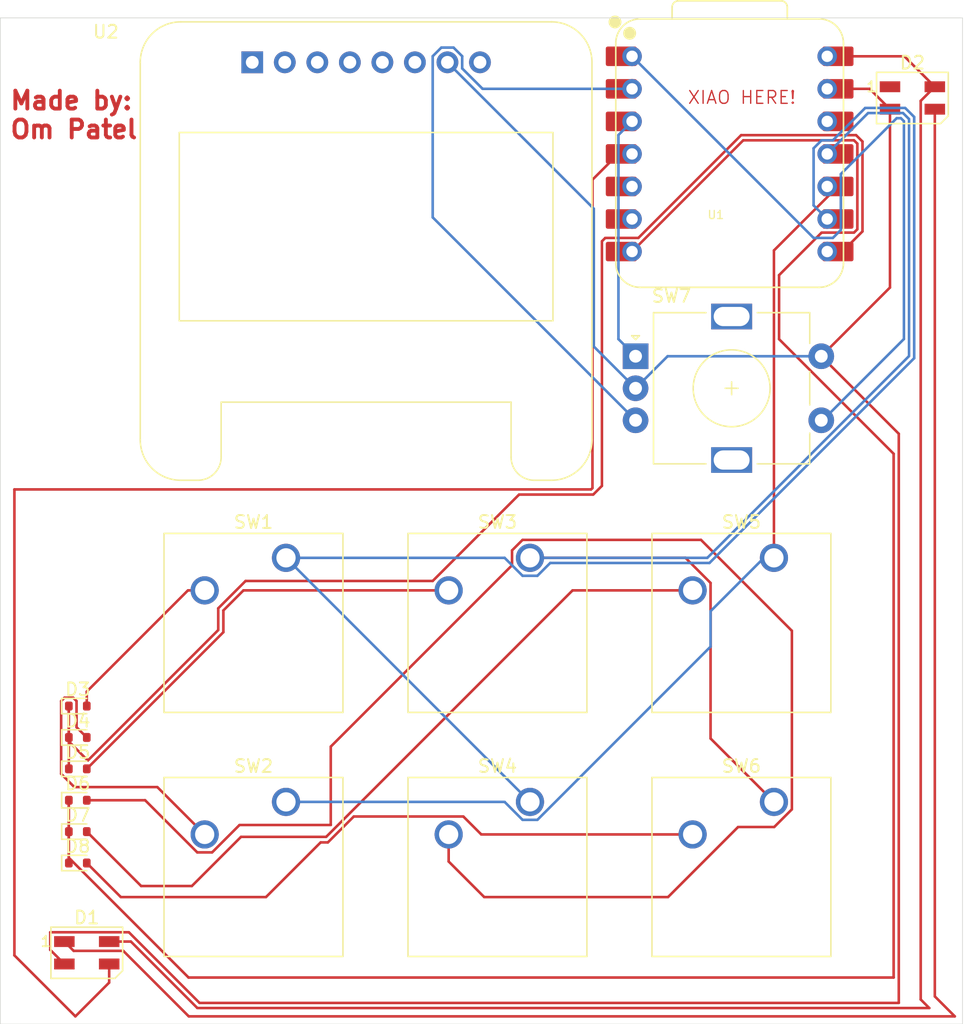
<source format=kicad_pcb>
(kicad_pcb (version 20241229) (generator "pcbnew") (generator_version "9.0")
  (layers (0 "F.Cu" signal) (2 "B.Cu" signal) (13 "F.Paste" user) (15 "B.Paste" user) (5 "F.SilkS" user "F.Silkscreen") (7 "B.SilkS" user "B.Silkscreen") (1 "F.Mask" user) (3 "B.Mask" user) (25 "Edge.Cuts" user))
  (net 0 "")
  (net 1 "+5V")
  (net 2 "GND")
  (net 3 "Net-(D1-DOUT)")
  (net 4 "Net-(D1-DIN)")
  (net 6 "Net-(U1-GPIO2{slash}SCK)")
  (net 7 "Net-(U1-GPIO4{slash}MISO)")
  (net 8 "Net-(U1-GPIO3{slash}MOSI)")
  (net 9 "Net-(U1-GPIO7{slash}SCL)")
  (net 10 "Net-(D3-A)")
  (net 11 "Net-(D3-K)")
  (net 12 "Net-(D4-A)")
  (net 13 "Net-(D5-A)")
  (net 14 "Net-(D6-K)")
  (net 15 "Net-(D6-A)")
  (net 16 "Net-(D7-A)")
  (net 17 "Net-(D8-A)")
  (net 18 "Net-(U1-GPIO26{slash}ADC0{slash}A0)")
  (net 19 "Net-(U1-GPIO27{slash}ADC1{slash}A1)")
  (net 20 "Net-(U1-GPIO28{slash}ADC2{slash}A2)")
  (net 21 "Net-(U1-3V3)")
  (net 22 "Net-(U1-GPIO6{slash}SDA)")
  (footprint "Diode_SMD:D_SOD-523" (layer "F.Cu") (at 97.82025 166.92875)
    (property "Reference" "D3" (at 0 -1.3 0) (layer "F.SilkS"))
    (property "Value" "1N4148WT")
    (fp_line (start -1.26 -0.6) (end -1.26 0.6) (stroke (width 0.12)) (layer "F.SilkS"))
    (fp_line (start 0.7 -0.6) (end -1.26 -0.6) (stroke (width 0.12)) (layer "F.SilkS"))
    (fp_line (start 0.7 0.6) (end -1.26 0.6) (stroke (width 0.12)) (layer "F.SilkS"))
    (pad "1" smd roundrect (at -0.7 0 180) (size 0.6 0.7) (layers "F.Cu" "F.Mask" "F.Paste") (net 11 "Net-(D3-K)"))
    (pad "2" smd roundrect (at 0.7 0 180) (size 0.6 0.7) (layers "F.Cu" "F.Mask" "F.Paste") (net 10 "Net-(D3-A)"))
  )
  (footprint "Button_Switch_Keyboard:SW_Cherry_MX_1.00u_PCB" (layer "F.Cu") (at 152.17775 155.35875)
    (property "Reference" "SW5" (at -2.54 -2.794 0) (layer "F.SilkS"))
    (property "Value" "SW_Push")
    (fp_line (start -9.525 -1.905) (end 4.445 -1.905) (stroke (width 0.12)) (layer "F.SilkS"))
    (fp_line (start -9.525 12.065) (end -9.525 -1.905) (stroke (width 0.12)) (layer "F.SilkS"))
    (fp_line (start 4.445 -1.905) (end 4.445 12.065) (stroke (width 0.12)) (layer "F.SilkS"))
    (fp_line (start 4.445 12.065) (end -9.525 12.065) (stroke (width 0.12)) (layer "F.SilkS"))
    (pad "" np_thru_hole circle (at -7.62 5.08) (size 1.7 1.7) (drill 1.7) (layers "*.Cu" "*.Mask"))
    (pad "" np_thru_hole circle (at -2.54 5.08) (size 4 4) (drill 4) (layers "*.Cu" "*.Mask"))
    (pad "" np_thru_hole circle (at 2.54 5.08) (size 1.7 1.7) (drill 1.7) (layers "*.Cu" "*.Mask"))
    (pad "1" thru_hole circle (at 0 0) (size 2.2 2.2) (drill 1.5) (layers "*.Cu" "*.Mask") (net 7 "Net-(U1-GPIO4{slash}MISO)"))
    (pad "2" thru_hole circle (at -6.35 2.54) (size 2.2 2.2) (drill 1.5) (layers "*.Cu" "*.Mask") (net 16 "Net-(D7-A)"))
  )
  (footprint "Button_Switch_Keyboard:SW_Cherry_MX_1.00u_PCB" (layer "F.Cu") (at 114.07775 174.40875)
    (property "Reference" "SW2" (at -2.54 -2.794 0) (layer "F.SilkS"))
    (property "Value" "SW_Push")
    (fp_line (start -9.525 -1.905) (end 4.445 -1.905) (stroke (width 0.12)) (layer "F.SilkS"))
    (fp_line (start -9.525 12.065) (end -9.525 -1.905) (stroke (width 0.12)) (layer "F.SilkS"))
    (fp_line (start 4.445 -1.905) (end 4.445 12.065) (stroke (width 0.12)) (layer "F.SilkS"))
    (fp_line (start 4.445 12.065) (end -9.525 12.065) (stroke (width 0.12)) (layer "F.SilkS"))
    (pad "" np_thru_hole circle (at -7.62 5.08) (size 1.7 1.7) (drill 1.7) (layers "*.Cu" "*.Mask"))
    (pad "" np_thru_hole circle (at -2.54 5.08) (size 4 4) (drill 4) (layers "*.Cu" "*.Mask"))
    (pad "" np_thru_hole circle (at 2.54 5.08) (size 1.7 1.7) (drill 1.7) (layers "*.Cu" "*.Mask"))
    (pad "1" thru_hole circle (at 0 0) (size 2.2 2.2) (drill 1.5) (layers "*.Cu" "*.Mask") (net 7 "Net-(U1-GPIO4{slash}MISO)"))
    (pad "2" thru_hole circle (at -6.35 2.54) (size 2.2 2.2) (drill 1.5) (layers "*.Cu" "*.Mask") (net 12 "Net-(D4-A)"))
  )
  (footprint "Seeed Studio XIAO Series Library:XIAO-RP2040-DIP" (layer "F.Cu") (at 148.717 123.831)
    (property "Reference" "U1" (at -1.0795 4.7565 0) (layer "F.SilkS") (effects (font (size 0.635 0.635) (thickness 0.1016))))
    (property "Value" "XIAO-RP2040-DIP")
    (fp_line (start -8.89 8.509) (end -8.89 -8.636) (stroke (width 0.127)) (layer "F.SilkS"))
    (fp_line (start -6.985 10.414) (end 6.985 10.414) (stroke (width 0.127)) (layer "F.SilkS"))
    (fp_line (start -4.495 -10.541) (end -4.491272 -11.451272) (stroke (width 0.127)) (layer "F.SilkS"))
    (fp_line (start -3.991272 -11.951) (end 4.004 -11.951) (stroke (width 0.127)) (layer "F.SilkS"))
    (fp_line (start 4.504 -11.451) (end 4.504 -10.541) (stroke (width 0.127)) (layer "F.SilkS"))
    (fp_line (start 6.985 -10.541) (end -6.985 -10.541) (stroke (width 0.1)) (layer "F.SilkS"))
    (fp_line (start 6.985 -10.541) (end -6.985 -10.541) (stroke (width 0.127)) (layer "F.SilkS"))
    (fp_line (start 8.89 8.509) (end 8.89 -8.636) (stroke (width 0.127)) (layer "F.SilkS"))
    (fp_arc (start -8.89 -8.636) (mid -8.332038 -9.983038) (end -6.985 -10.541) (stroke (width 0.127)) (layer "F.SilkS"))
    (fp_arc (start -6.985 10.414) (mid -8.332038 9.856038) (end -8.89 8.509) (stroke (width 0.127)) (layer "F.SilkS"))
    (fp_arc (start -4.491272 -11.451272) (mid -4.344728 -11.80464) (end -3.991272 -11.951) (stroke (width 0.127)) (layer "F.SilkS"))
    (fp_arc (start 4.004 -11.951) (mid 4.357553 -11.804553) (end 4.504 -11.451) (stroke (width 0.127)) (layer "F.SilkS"))
    (fp_arc (start 6.985 -10.541) (mid 8.332038 -9.983038) (end 8.89 -8.636) (stroke (width 0.127)) (layer "F.SilkS"))
    (fp_arc (start 8.89 8.509) (mid 8.332038 9.856038) (end 6.985 10.414) (stroke (width 0.127)) (layer "F.SilkS"))
    (fp_circle (center -8.95 -10.3) (end -8.95 -10.554) (stroke (width 0.5)) (fill yes) (layer "F.SilkS"))
    (fp_circle (center -7.807 -9.42) (end -7.807 -9.674) (stroke (width 0.5)) (fill yes) (layer "F.SilkS"))
    (pad "1" smd roundrect (at -8.455 -7.62 180) (size 2.432 1.524) (layers "F.Cu" "F.Mask") (roundrect_rratio 0.1) (net 18 "Net-(U1-GPIO26{slash}ADC0{slash}A0)"))
    (pad "1" thru_hole circle (at -7.62 -7.62 180) (size 1.524 1.524) (drill 0.889) (layers "*.Cu" "*.Mask") (net 18 "Net-(U1-GPIO26{slash}ADC0{slash}A0)"))
    (pad "2" smd roundrect (at -8.455 -5.08 180) (size 2.432 1.524) (layers "F.Cu" "F.Mask") (roundrect_rratio 0.1) (net 19 "Net-(U1-GPIO27{slash}ADC1{slash}A1)"))
    (pad "2" thru_hole circle (at -7.62 -5.08 180) (size 1.524 1.524) (drill 0.889) (layers "*.Cu" "*.Mask") (net 19 "Net-(U1-GPIO27{slash}ADC1{slash}A1)"))
    (pad "3" smd roundrect (at -8.455 -2.54 180) (size 2.432 1.524) (layers "F.Cu" "F.Mask") (roundrect_rratio 0.1) (net 20 "Net-(U1-GPIO28{slash}ADC2{slash}A2)"))
    (pad "3" thru_hole circle (at -7.62 -2.54 180) (size 1.524 1.524) (drill 0.889) (layers "*.Cu" "*.Mask") (net 20 "Net-(U1-GPIO28{slash}ADC2{slash}A2)"))
    (pad "4" smd roundrect (at -8.455 0 180) (size 2.432 1.524) (layers "F.Cu" "F.Mask") (roundrect_rratio 0.1) (net 4 "Net-(D1-DIN)"))
    (pad "4" thru_hole circle (at -7.62 0 180) (size 1.524 1.524) (drill 0.889) (layers "*.Cu" "*.Mask") (net 4 "Net-(D1-DIN)"))
    (pad "5" smd roundrect (at -8.455 2.54 180) (size 2.432 1.524) (layers "F.Cu" "F.Mask") (roundrect_rratio 0.1) (net 22 "Net-(U1-GPIO6{slash}SDA)"))
    (pad "5" thru_hole circle (at -7.62 2.54 180) (size 1.524 1.524) (drill 0.889) (layers "*.Cu" "*.Mask") (net 22 "Net-(U1-GPIO6{slash}SDA)"))
    (pad "6" smd roundrect (at -8.455 5.08 180) (size 2.432 1.524) (layers "F.Cu" "F.Mask") (roundrect_rratio 0.1) (net 9 "Net-(U1-GPIO7{slash}SCL)"))
    (pad "6" thru_hole circle (at -7.62 5.08 180) (size 1.524 1.524) (drill 0.889) (layers "*.Cu" "*.Mask") (net 9 "Net-(U1-GPIO7{slash}SCL)"))
    (pad "7" smd roundrect (at -8.455 7.62 180) (size 2.432 1.524) (layers "F.Cu" "F.Mask") (roundrect_rratio 0.1) (net 14 "Net-(D6-K)"))
    (pad "7" thru_hole circle (at -7.62 7.62 180) (size 1.524 1.524) (drill 0.889) (layers "*.Cu" "*.Mask") (net 14 "Net-(D6-K)"))
    (pad "8" thru_hole circle (at 7.62 7.62) (size 1.524 1.524) (drill 0.889) (layers "*.Cu" "*.Mask") (net 11 "Net-(D3-K)"))
    (pad "8" smd roundrect (at 8.455 7.62) (size 2.432 1.524) (layers "F.Cu" "F.Mask") (roundrect_rratio 0.1) (net 11 "Net-(D3-K)"))
    (pad "9" thru_hole circle (at 7.62 5.08) (size 1.524 1.524) (drill 0.889) (layers "*.Cu" "*.Mask") (net 6 "Net-(U1-GPIO2{slash}SCK)"))
    (pad "9" smd roundrect (at 8.455 5.08) (size 2.432 1.524) (layers "F.Cu" "F.Mask") (roundrect_rratio 0.1) (net 6 "Net-(U1-GPIO2{slash}SCK)"))
    (pad "10" thru_hole circle (at 7.62 2.54) (size 1.524 1.524) (drill 0.889) (layers "*.Cu" "*.Mask") (net 7 "Net-(U1-GPIO4{slash}MISO)"))
    (pad "10" smd roundrect (at 8.455 2.54) (size 2.432 1.524) (layers "F.Cu" "F.Mask") (roundrect_rratio 0.1) (net 7 "Net-(U1-GPIO4{slash}MISO)"))
    (pad "11" thru_hole circle (at 7.62 0) (size 1.524 1.524) (drill 0.889) (layers "*.Cu" "*.Mask") (net 8 "Net-(U1-GPIO3{slash}MOSI)"))
    (pad "11" smd roundrect (at 8.455 0) (size 2.432 1.524) (layers "F.Cu" "F.Mask") (roundrect_rratio 0.1) (net 8 "Net-(U1-GPIO3{slash}MOSI)"))
    (pad "12" thru_hole circle (at 7.62 -2.54) (size 1.524 1.524) (drill 0.889) (layers "*.Cu" "*.Mask") (net 21 "Net-(U1-3V3)"))
    (pad "12" smd roundrect (at 8.455 -2.54) (size 2.432 1.524) (layers "F.Cu" "F.Mask") (roundrect_rratio 0.1) (net 21 "Net-(U1-3V3)"))
    (pad "13" thru_hole circle (at 7.62 -5.08) (size 1.524 1.524) (drill 0.889) (layers "*.Cu" "*.Mask") (net 2 "GND"))
    (pad "13" smd roundrect (at 8.455 -5.08) (size 2.432 1.524) (layers "F.Cu" "F.Mask") (roundrect_rratio 0.1) (net 2 "GND"))
    (pad "14" thru_hole circle (at 7.62 -7.62) (size 1.524 1.524) (drill 0.889) (layers "*.Cu" "*.Mask") (net 1 "+5V"))
    (pad "14" smd roundrect (at 8.455 -7.62) (size 2.432 1.524) (layers "F.Cu" "F.Mask") (roundrect_rratio 0.1) (net 1 "+5V"))
  )
  (footprint "Diode_SMD:D_SOD-523" (layer "F.Cu") (at 97.82025 176.72875)
    (property "Reference" "D7" (at 0 -1.3 0) (layer "F.SilkS"))
    (property "Value" "1N4148WT")
    (fp_line (start -1.26 -0.6) (end -1.26 0.6) (stroke (width 0.12)) (layer "F.SilkS"))
    (fp_line (start 0.7 -0.6) (end -1.26 -0.6) (stroke (width 0.12)) (layer "F.SilkS"))
    (fp_line (start 0.7 0.6) (end -1.26 0.6) (stroke (width 0.12)) (layer "F.SilkS"))
    (pad "1" smd roundrect (at -0.7 0 180) (size 0.6 0.7) (layers "F.Cu" "F.Mask" "F.Paste") (net 14 "Net-(D6-K)"))
    (pad "2" smd roundrect (at 0.7 0 180) (size 0.6 0.7) (layers "F.Cu" "F.Mask" "F.Paste") (net 16 "Net-(D7-A)"))
  )
  (footprint "Diode_SMD:D_SOD-523" (layer "F.Cu") (at 97.82025 179.17875)
    (property "Reference" "D8" (at 0 -1.3 0) (layer "F.SilkS"))
    (property "Value" "1N4148WT")
    (fp_line (start -1.26 -0.6) (end -1.26 0.6) (stroke (width 0.12)) (layer "F.SilkS"))
    (fp_line (start 0.7 -0.6) (end -1.26 -0.6) (stroke (width 0.12)) (layer "F.SilkS"))
    (fp_line (start 0.7 0.6) (end -1.26 0.6) (stroke (width 0.12)) (layer "F.SilkS"))
    (pad "1" smd roundrect (at -0.7 0 180) (size 0.6 0.7) (layers "F.Cu" "F.Mask" "F.Paste") (net 14 "Net-(D6-K)"))
    (pad "2" smd roundrect (at 0.7 0 180) (size 0.6 0.7) (layers "F.Cu" "F.Mask" "F.Paste") (net 17 "Net-(D8-A)"))
  )
  (footprint "LED_SMD:LED_SK6812MINI_PLCC4_3.5x3.5mm_P1.75mm" (layer "F.Cu") (at 98.52025 186.185)
    (property "Reference" "D1" (at 0 -2.75 0) (layer "F.SilkS"))
    (property "Value" "SK6812MINI")
    (fp_line (start -2.8 -2) (end -2.8 2) (stroke (width 0.12)) (layer "F.SilkS"))
    (fp_line (start -2.8 -2) (end 2.8 -2) (stroke (width 0.12)) (layer "F.SilkS"))
    (fp_line (start -2.8 2) (end 2.2 2) (stroke (width 0.12)) (layer "F.SilkS"))
    (fp_line (start 2.8 1.4) (end 2.2 2) (stroke (width 0.12)) (layer "F.SilkS"))
    (fp_line (start 2.8 1.4) (end 2.8 -2) (stroke (width 0.12)) (layer "F.SilkS"))
    (fp_text user "1" (at -3.2 -0.875 0) (layer "F.SilkS") (effects (font (size 0.8 0.8))))
    (pad "1" smd rect (at -1.75 -0.875) (size 1.6 0.85) (layers "F.Cu" "F.Mask" "F.Paste") (net 3 "Net-(D1-DOUT)"))
    (pad "2" smd rect (at -1.75 0.875) (size 1.6 0.85) (layers "F.Cu" "F.Mask" "F.Paste") (net 2 "GND"))
    (pad "3" smd rect (at 1.75 0.875) (size 1.6 0.85) (layers "F.Cu" "F.Mask" "F.Paste") (net 4 "Net-(D1-DIN)"))
    (pad "4" smd rect (at 1.75 -0.875) (size 1.6 0.85) (layers "F.Cu" "F.Mask" "F.Paste") (net 1 "+5V"))
  )
  (footprint "Display:Adafruit_SSD1306" (layer "F.Cu") (at 111.4425 116.68125)
    (property "Reference" "U2" (at -11.43 -2.38125 0) (layer "F.SilkS"))
    (property "Value" "SSD1306")
    (fp_line (start -8.746 0) (end -8.746 29.464) (stroke (width 0.12)) (layer "F.SilkS"))
    (fp_line (start -5.698 5.478) (end -5.698 20.176) (stroke (width 0.12)) (layer "F.SilkS"))
    (fp_line (start -5.698 5.478) (end 23.478 5.478) (stroke (width 0.12)) (layer "F.SilkS"))
    (fp_line (start -5.698 20.176) (end 23.478 20.176) (stroke (width 0.12)) (layer "F.SilkS"))
    (fp_line (start -4.238 32.622) (end -5.59 32.622) (stroke (width 0.12)) (layer "F.SilkS"))
    (fp_line (start -2.43 26.526) (end -2.43 30.814) (stroke (width 0.12)) (layer "F.SilkS"))
    (fp_line (start -2.43 26.526) (end 20.21 26.526) (stroke (width 0.12)) (layer "F.SilkS"))
    (fp_line (start 20.21 26.526) (end 20.21 30.814) (stroke (width 0.12)) (layer "F.SilkS"))
    (fp_line (start 22.018 32.622) (end 23.37 32.622) (stroke (width 0.12)) (layer "F.SilkS"))
    (fp_line (start 23.368 -3.158) (end -5.588 -3.158) (stroke (width 0.12)) (layer "F.SilkS"))
    (fp_line (start 23.478 5.478) (end 23.478 20.176) (stroke (width 0.12)) (layer "F.SilkS"))
    (fp_line (start 26.526 0) (end 26.526 29.464) (stroke (width 0.12)) (layer "F.SilkS"))
    (fp_arc (start -8.746 0) (mid -7.821043 -2.233043) (end -5.588 -3.158) (stroke (width 0.12)) (layer "F.SilkS"))
    (fp_arc (start -5.588 32.622) (mid -7.821043 31.697043) (end -8.746 29.464) (stroke (width 0.12)) (layer "F.SilkS"))
    (fp_arc (start -2.43 30.812) (mid -2.958137 32.091035) (end -4.236 32.622) (stroke (width 0.12)) (layer "F.SilkS"))
    (fp_arc (start 22.016 32.622) (mid 20.738137 32.091035) (end 20.21 30.812) (stroke (width 0.12)) (layer "F.SilkS"))
    (fp_arc (start 23.368 -3.158) (mid 25.601043 -2.233043) (end 26.526 0) (stroke (width 0.12)) (layer "F.SilkS"))
    (fp_arc (start 26.526 29.464) (mid 25.601043 31.697043) (end 23.368 32.622) (stroke (width 0.12)) (layer "F.SilkS"))
    (pad "" np_thru_hole circle (at -5.588 0) (size 2.7 2.7) (drill 2.7) (layers "*.Cu" "*.Mask"))
    (pad "" np_thru_hole circle (at -5.588 29.464) (size 2.7 2.7) (drill 2.7) (layers "*.Cu" "*.Mask"))
    (pad "" np_thru_hole circle (at 23.368 0) (size 2.7 2.7) (drill 2.7) (layers "*.Cu" "*.Mask"))
    (pad "" np_thru_hole circle (at 23.368 29.464) (size 2.7 2.7) (drill 2.7) (layers "*.Cu" "*.Mask"))
    (pad "1" thru_hole rect (at 0 0) (size 1.7 1.7) (drill 1) (layers "*.Cu" "*.Mask"))
    (pad "2" thru_hole circle (at 2.54 0) (size 1.7 1.7) (drill 1) (layers "*.Cu" "*.Mask"))
    (pad "3" thru_hole circle (at 5.08 0) (size 1.7 1.7) (drill 1) (layers "*.Cu" "*.Mask"))
    (pad "4" thru_hole circle (at 7.62 0) (size 1.7 1.7) (drill 1) (layers "*.Cu" "*.Mask"))
    (pad "5" thru_hole circle (at 10.16 0) (size 1.7 1.7) (drill 1) (layers "*.Cu" "*.Mask"))
    (pad "6" thru_hole circle (at 12.7 0) (size 1.7 1.7) (drill 1) (layers "*.Cu" "*.Mask"))
    (pad "7" thru_hole circle (at 15.24 0) (size 1.7 1.7) (drill 1) (layers "*.Cu" "*.Mask") (net 2 "GND"))
    (pad "8" thru_hole circle (at 17.78 0) (size 1.7 1.7) (drill 1) (layers "*.Cu" "*.Mask"))
  )
  (footprint "Diode_SMD:D_SOD-523" (layer "F.Cu") (at 97.82025 174.27875)
    (property "Reference" "D6" (at 0 -1.3 0) (layer "F.SilkS"))
    (property "Value" "1N4148WT")
    (fp_line (start -1.26 -0.6) (end -1.26 0.6) (stroke (width 0.12)) (layer "F.SilkS"))
    (fp_line (start 0.7 -0.6) (end -1.26 -0.6) (stroke (width 0.12)) (layer "F.SilkS"))
    (fp_line (start 0.7 0.6) (end -1.26 0.6) (stroke (width 0.12)) (layer "F.SilkS"))
    (pad "1" smd roundrect (at -0.7 0 180) (size 0.6 0.7) (layers "F.Cu" "F.Mask" "F.Paste") (net 14 "Net-(D6-K)"))
    (pad "2" smd roundrect (at 0.7 0 180) (size 0.6 0.7) (layers "F.Cu" "F.Mask" "F.Paste") (net 15 "Net-(D6-A)"))
  )
  (footprint "Rotary_Encoder:RotaryEncoder_Alps_EC11E-Switch_Vertical_H20mm" (layer "F.Cu") (at 141.372792 139.622845)
    (property "Reference" "SW7" (at 2.8 -4.7 0) (layer "F.SilkS"))
    (property "Value" "RotaryEncoder_Switch")
    (fp_line (start -0.3 -1.6) (end 0.3 -1.6) (stroke (width 0.12)) (layer "F.SilkS"))
    (fp_line (start 0 -1.3) (end -0.3 -1.6) (stroke (width 0.12)) (layer "F.SilkS"))
    (fp_line (start 0.3 -1.6) (end 0 -1.3) (stroke (width 0.12)) (layer "F.SilkS"))
    (fp_line (start 1.4 -3.4) (end 1.4 8.4) (stroke (width 0.12)) (layer "F.SilkS"))
    (fp_line (start 5.5 -3.4) (end 1.4 -3.4) (stroke (width 0.12)) (layer "F.SilkS"))
    (fp_line (start 5.5 8.4) (end 1.4 8.4) (stroke (width 0.12)) (layer "F.SilkS"))
    (fp_line (start 7 2.5) (end 8 2.5) (stroke (width 0.12)) (layer "F.SilkS"))
    (fp_line (start 7.5 2) (end 7.5 3) (stroke (width 0.12)) (layer "F.SilkS"))
    (fp_line (start 9.5 -3.4) (end 13.6 -3.4) (stroke (width 0.12)) (layer "F.SilkS"))
    (fp_line (start 13.6 -3.4) (end 13.6 -1) (stroke (width 0.12)) (layer "F.SilkS"))
    (fp_line (start 13.6 1.2) (end 13.6 3.8) (stroke (width 0.12)) (layer "F.SilkS"))
    (fp_line (start 13.6 6) (end 13.6 8.4) (stroke (width 0.12)) (layer "F.SilkS"))
    (fp_line (start 13.6 8.4) (end 9.5 8.4) (stroke (width 0.12)) (layer "F.SilkS"))
    (fp_circle (center 7.5 2.5) (end 10.5 2.5) (stroke (width 0.12)) (fill no) (layer "F.SilkS"))
    (pad "A" thru_hole rect (at 0 0) (size 2 2) (drill 1) (layers "*.Cu" "*.Mask") (net 20 "Net-(U1-GPIO28{slash}ADC2{slash}A2)"))
    (pad "B" thru_hole circle (at 0 5) (size 2 2) (drill 1) (layers "*.Cu" "*.Mask") (net 19 "Net-(U1-GPIO27{slash}ADC1{slash}A1)"))
    (pad "C" thru_hole circle (at 0 2.5) (size 2 2) (drill 1) (layers "*.Cu" "*.Mask") (net 2 "GND"))
    (pad "MP" thru_hole rect (at 7.5 -3.1) (size 3.2 2) (drill oval 2.8 1.5) (layers "*.Cu" "*.Mask"))
    (pad "MP" thru_hole rect (at 7.5 8.1) (size 3.2 2) (drill oval 2.8 1.5) (layers "*.Cu" "*.Mask"))
    (pad "S1" thru_hole circle (at 14.5 5) (size 2 2) (drill 1) (layers "*.Cu" "*.Mask") (net 18 "Net-(U1-GPIO26{slash}ADC0{slash}A0)"))
    (pad "S2" thru_hole circle (at 14.5 0) (size 2 2) (drill 1) (layers "*.Cu" "*.Mask") (net 2 "GND"))
  )
  (footprint "Button_Switch_Keyboard:SW_Cherry_MX_1.00u_PCB" (layer "F.Cu") (at 133.12775 155.35875)
    (property "Reference" "SW3" (at -2.54 -2.794 0) (layer "F.SilkS"))
    (property "Value" "SW_Push")
    (fp_line (start -9.525 -1.905) (end 4.445 -1.905) (stroke (width 0.12)) (layer "F.SilkS"))
    (fp_line (start -9.525 12.065) (end -9.525 -1.905) (stroke (width 0.12)) (layer "F.SilkS"))
    (fp_line (start 4.445 -1.905) (end 4.445 12.065) (stroke (width 0.12)) (layer "F.SilkS"))
    (fp_line (start 4.445 12.065) (end -9.525 12.065) (stroke (width 0.12)) (layer "F.SilkS"))
    (pad "" np_thru_hole circle (at -7.62 5.08) (size 1.7 1.7) (drill 1.7) (layers "*.Cu" "*.Mask"))
    (pad "" np_thru_hole circle (at -2.54 5.08) (size 4 4) (drill 4) (layers "*.Cu" "*.Mask"))
    (pad "" np_thru_hole circle (at 2.54 5.08) (size 1.7 1.7) (drill 1.7) (layers "*.Cu" "*.Mask"))
    (pad "1" thru_hole circle (at 0 0) (size 2.2 2.2) (drill 1.5) (layers "*.Cu" "*.Mask") (net 8 "Net-(U1-GPIO3{slash}MOSI)"))
    (pad "2" thru_hole circle (at -6.35 2.54) (size 2.2 2.2) (drill 1.5) (layers "*.Cu" "*.Mask") (net 13 "Net-(D5-A)"))
  )
  (footprint "Diode_SMD:D_SOD-523" (layer "F.Cu") (at 97.82025 171.82875)
    (property "Reference" "D5" (at 0 -1.3 0) (layer "F.SilkS"))
    (property "Value" "1N4148WT")
    (fp_line (start -1.26 -0.6) (end -1.26 0.6) (stroke (width 0.12)) (layer "F.SilkS"))
    (fp_line (start 0.7 -0.6) (end -1.26 -0.6) (stroke (width 0.12)) (layer "F.SilkS"))
    (fp_line (start 0.7 0.6) (end -1.26 0.6) (stroke (width 0.12)) (layer "F.SilkS"))
    (pad "1" smd roundrect (at -0.7 0 180) (size 0.6 0.7) (layers "F.Cu" "F.Mask" "F.Paste") (net 11 "Net-(D3-K)"))
    (pad "2" smd roundrect (at 0.7 0 180) (size 0.6 0.7) (layers "F.Cu" "F.Mask" "F.Paste") (net 13 "Net-(D5-A)"))
  )
  (footprint "Button_Switch_Keyboard:SW_Cherry_MX_1.00u_PCB" (layer "F.Cu") (at 133.12775 174.40875)
    (property "Reference" "SW4" (at -2.54 -2.794 0) (layer "F.SilkS"))
    (property "Value" "SW_Push")
    (fp_line (start -9.525 -1.905) (end 4.445 -1.905) (stroke (width 0.12)) (layer "F.SilkS"))
    (fp_line (start -9.525 12.065) (end -9.525 -1.905) (stroke (width 0.12)) (layer "F.SilkS"))
    (fp_line (start 4.445 -1.905) (end 4.445 12.065) (stroke (width 0.12)) (layer "F.SilkS"))
    (fp_line (start 4.445 12.065) (end -9.525 12.065) (stroke (width 0.12)) (layer "F.SilkS"))
    (pad "" np_thru_hole circle (at -7.62 5.08) (size 1.7 1.7) (drill 1.7) (layers "*.Cu" "*.Mask"))
    (pad "" np_thru_hole circle (at -2.54 5.08) (size 4 4) (drill 4) (layers "*.Cu" "*.Mask"))
    (pad "" np_thru_hole circle (at 2.54 5.08) (size 1.7 1.7) (drill 1.7) (layers "*.Cu" "*.Mask"))
    (pad "1" thru_hole circle (at 0 0) (size 2.2 2.2) (drill 1.5) (layers "*.Cu" "*.Mask") (net 6 "Net-(U1-GPIO2{slash}SCK)"))
    (pad "2" thru_hole circle (at -6.35 2.54) (size 2.2 2.2) (drill 1.5) (layers "*.Cu" "*.Mask") (net 15 "Net-(D6-A)"))
  )
  (footprint "LED_SMD:LED_SK6812MINI_PLCC4_3.5x3.5mm_P1.75mm" (layer "F.Cu") (at 162.98845 119.463611)
    (property "Reference" "D2" (at 0 -2.75 0) (layer "F.SilkS"))
    (property "Value" "SK6812MINI")
    (fp_line (start -2.8 -2) (end -2.8 2) (stroke (width 0.12)) (layer "F.SilkS"))
    (fp_line (start -2.8 -2) (end 2.8 -2) (stroke (width 0.12)) (layer "F.SilkS"))
    (fp_line (start -2.8 2) (end 2.2 2) (stroke (width 0.12)) (layer "F.SilkS"))
    (fp_line (start 2.8 1.4) (end 2.2 2) (stroke (width 0.12)) (layer "F.SilkS"))
    (fp_line (start 2.8 1.4) (end 2.8 -2) (stroke (width 0.12)) (layer "F.SilkS"))
    (fp_text user "1" (at -3.2 -0.875 0) (layer "F.SilkS") (effects (font (size 0.8 0.8))))
    (pad "1" smd rect (at -1.75 -0.875) (size 1.6 0.85) (layers "F.Cu" "F.Mask" "F.Paste"))
    (pad "2" smd rect (at -1.75 0.875) (size 1.6 0.85) (layers "F.Cu" "F.Mask" "F.Paste") (net 2 "GND"))
    (pad "3" smd rect (at 1.75 0.875) (size 1.6 0.85) (layers "F.Cu" "F.Mask" "F.Paste") (net 3 "Net-(D1-DOUT)"))
    (pad "4" smd rect (at 1.75 -0.875) (size 1.6 0.85) (layers "F.Cu" "F.Mask" "F.Paste") (net 1 "+5V"))
  )
  (footprint "Button_Switch_Keyboard:SW_Cherry_MX_1.00u_PCB" (layer "F.Cu") (at 152.17775 174.40875)
    (property "Reference" "SW6" (at -2.54 -2.794 0) (layer "F.SilkS"))
    (property "Value" "SW_Push")
    (fp_line (start -9.525 -1.905) (end 4.445 -1.905) (stroke (width 0.12)) (layer "F.SilkS"))
    (fp_line (start -9.525 12.065) (end -9.525 -1.905) (stroke (width 0.12)) (layer "F.SilkS"))
    (fp_line (start 4.445 -1.905) (end 4.445 12.065) (stroke (width 0.12)) (layer "F.SilkS"))
    (fp_line (start 4.445 12.065) (end -9.525 12.065) (stroke (width 0.12)) (layer "F.SilkS"))
    (pad "" np_thru_hole circle (at -7.62 5.08) (size 1.7 1.7) (drill 1.7) (layers "*.Cu" "*.Mask"))
    (pad "" np_thru_hole circle (at -2.54 5.08) (size 4 4) (drill 4) (layers "*.Cu" "*.Mask"))
    (pad "" np_thru_hole circle (at 2.54 5.08) (size 1.7 1.7) (drill 1.7) (layers "*.Cu" "*.Mask"))
    (pad "1" thru_hole circle (at 0 0) (size 2.2 2.2) (drill 1.5) (layers "*.Cu" "*.Mask") (net 8 "Net-(U1-GPIO3{slash}MOSI)"))
    (pad "2" thru_hole circle (at -6.35 2.54) (size 2.2 2.2) (drill 1.5) (layers "*.Cu" "*.Mask") (net 17 "Net-(D8-A)"))
  )
  (footprint "Diode_SMD:D_SOD-523" (layer "F.Cu") (at 97.82025 169.37875)
    (property "Reference" "D4" (at 0 -1.3 0) (layer "F.SilkS"))
    (property "Value" "1N4148WT")
    (fp_line (start -1.26 -0.6) (end -1.26 0.6) (stroke (width 0.12)) (layer "F.SilkS"))
    (fp_line (start 0.7 -0.6) (end -1.26 -0.6) (stroke (width 0.12)) (layer "F.SilkS"))
    (fp_line (start 0.7 0.6) (end -1.26 0.6) (stroke (width 0.12)) (layer "F.SilkS"))
    (pad "1" smd roundrect (at -0.7 0 180) (size 0.6 0.7) (layers "F.Cu" "F.Mask" "F.Paste") (net 11 "Net-(D3-K)"))
    (pad "2" smd roundrect (at 0.7 0 180) (size 0.6 0.7) (layers "F.Cu" "F.Mask" "F.Paste") (net 12 "Net-(D4-A)"))
  )
  (footprint "Button_Switch_Keyboard:SW_Cherry_MX_1.00u_PCB" (layer "F.Cu") (at 114.07775 155.35875)
    (property "Reference" "SW1" (at -2.54 -2.794 0) (layer "F.SilkS"))
    (property "Value" "SW_Push")
    (fp_line (start -9.525 -1.905) (end 4.445 -1.905) (stroke (width 0.12)) (layer "F.SilkS"))
    (fp_line (start -9.525 12.065) (end -9.525 -1.905) (stroke (width 0.12)) (layer "F.SilkS"))
    (fp_line (start 4.445 -1.905) (end 4.445 12.065) (stroke (width 0.12)) (layer "F.SilkS"))
    (fp_line (start 4.445 12.065) (end -9.525 12.065) (stroke (width 0.12)) (layer "F.SilkS"))
    (pad "" np_thru_hole circle (at -7.62 5.08) (size 1.7 1.7) (drill 1.7) (layers "*.Cu" "*.Mask"))
    (pad "" np_thru_hole circle (at -2.54 5.08) (size 4 4) (drill 4) (layers "*.Cu" "*.Mask"))
    (pad "" np_thru_hole circle (at 2.54 5.08) (size 1.7 1.7) (drill 1.7) (layers "*.Cu" "*.Mask"))
    (pad "1" thru_hole circle (at 0 0) (size 2.2 2.2) (drill 1.5) (layers "*.Cu" "*.Mask") (net 6 "Net-(U1-GPIO2{slash}SCK)"))
    (pad "2" thru_hole circle (at -6.35 2.54) (size 2.2 2.2) (drill 1.5) (layers "*.Cu" "*.Mask") (net 10 "Net-(D3-A)"))
  )
  (gr_rect (start 91.77 113.21) (end 166.9 191.75) (stroke (width 0.05)) (fill no) (layer "Edge.Cuts"))
  (gr_text "Made by:\nOm Patel" (at 92.414418 122.734603 0) (layer "F.Cu") (effects (font (size 1.4 1.4) (thickness 0.3) (bold yes)) (justify left bottom)))
  (gr_text "XIAO HERE!" (at 145.38951 120.008612 0) (layer "F.Cu") (effects (font (size 1 1) (thickness 0.1)) (justify left bottom)))
  (segment (start 164.30625 190.5) (end 163.63745 189.8312) (width 0.2) (layer "F.Cu") (net 1))
  (segment (start 164.73845 118.588611) (end 162.360839 116.211) (width 0.2) (layer "F.Cu") (net 1))
  (segment (start 101.96625 185.31) (end 107.15625 190.5) (width 0.2) (layer "F.Cu") (net 1))
  (segment (start 163.63745 189.8312) (end 163.63745 119.689611) (width 0.2) (layer "F.Cu") (net 1))
  (segment (start 107.15625 190.5) (end 164.30625 190.5) (width 0.2) (layer "F.Cu") (net 1))
  (segment (start 162.360839 116.211) (end 156.337 116.211) (width 0.2) (layer "F.Cu") (net 1))
  (segment (start 163.63745 119.689611) (end 164.73845 118.588611) (width 0.2) (layer "F.Cu") (net 1))
  (segment (start 100.27025 185.31) (end 101.96625 185.31) (width 0.2) (layer "F.Cu") (net 1))
  (segment (start 95.66925 184.584) (end 101.80735 184.584) (width 0.2) (layer "F.Cu") (net 2))
  (segment (start 155.872792 139.622845) (end 161.23845 134.257187) (width 0.2) (layer "F.Cu") (net 2))
  (segment (start 101.80735 184.584) (end 107.32235 190.099) (width 0.2) (layer "F.Cu") (net 2))
  (segment (start 96.77025 187.06) (end 95.66925 185.959) (width 0.2) (layer "F.Cu") (net 2))
  (segment (start 159.650839 118.751) (end 156.337 118.751) (width 0.2) (layer "F.Cu") (net 2))
  (segment (start 107.32235 190.099) (end 161.925 190.099) (width 0.2) (layer "F.Cu") (net 2))
  (segment (start 95.66925 185.959) (end 95.66925 184.584) (width 0.2) (layer "F.Cu") (net 2))
  (segment (start 161.23845 134.257187) (end 161.23845 120.338611) (width 0.2) (layer "F.Cu") (net 2))
  (segment (start 161.925 145.675053) (end 155.872792 139.622845) (width 0.2) (layer "F.Cu") (net 2))
  (segment (start 161.23845 120.338611) (end 159.650839 118.751) (width 0.2) (layer "F.Cu") (net 2))
  (segment (start 161.925 190.099) (end 161.925 145.675053) (width 0.2) (layer "F.Cu") (net 2))
  (segment (start 138.1125 138.862553) (end 138.1125 128.11125) (width 0.2) (layer "B.Cu") (net 2))
  (segment (start 141.372792 142.122845) (end 138.1125 138.862553) (width 0.2) (layer "B.Cu") (net 2))
  (segment (start 143.872792 139.622845) (end 155.872792 139.622845) (width 0.2) (layer "B.Cu") (net 2))
  (segment (start 141.372792 142.122845) (end 143.872792 139.622845) (width 0.2) (layer "B.Cu") (net 2))
  (segment (start 138.1125 128.11125) (end 126.6825 116.68125) (width 0.2) (layer "B.Cu") (net 2))
  (segment (start 101.37125 186.036) (end 106.48425 191.149) (width 0.2) (layer "F.Cu") (net 3))
  (segment (start 97.49625 186.036) (end 101.37125 186.036) (width 0.2) (layer "F.Cu") (net 3))
  (segment (start 106.48425 191.149) (end 166.299 191.149) (width 0.2) (layer "F.Cu") (net 3))
  (segment (start 164.73845 189.58845) (end 164.73845 120.338611) (width 0.2) (layer "F.Cu") (net 3))
  (segment (start 96.77025 185.31) (end 97.49625 186.036) (width 0.2) (layer "F.Cu") (net 3))
  (segment (start 166.299 191.149) (end 164.73845 189.58845) (width 0.2) (layer "F.Cu") (net 3))
  (segment (start 92.86875 186.3865) (end 92.86875 150.01875) (width 0.2) (layer "F.Cu") (net 4))
  (segment (start 100.27025 188.51) (end 97.63125 191.149) (width 0.2) (layer "F.Cu") (net 4))
  (segment (start 138.006575 149.912825) (end 138.006575 125.843795) (width 0.2) (layer "F.Cu") (net 4))
  (segment (start 92.86875 150.01875) (end 137.90065 150.01875) (width 0.2) (layer "F.Cu") (net 4))
  (segment (start 137.90065 150.01875) (end 138.006575 149.912825) (width 0.2) (layer "F.Cu") (net 4))
  (segment (start 140.01937 123.831) (end 141.097 123.831) (width 0.2) (layer "F.Cu") (net 4))
  (segment (start 138.006575 125.843795) (end 140.01937 123.831) (width 0.2) (layer "F.Cu") (net 4))
  (segment (start 100.27025 187.06) (end 100.27025 188.51) (width 0.2) (layer "F.Cu") (net 4))
  (segment (start 97.63125 191.149) (end 92.86875 186.3865) (width 0.2) (layer "F.Cu") (net 4))
  (segment (start 132.547436 156.75975) (end 133.708064 156.75975) (width 0.2) (layer "B.Cu") (net 6))
  (segment (start 159.30456 120.24075) (end 156.77731 122.768) (width 0.2) (layer "B.Cu") (net 6))
  (segment (start 147.142879 155.75975) (end 163.128 139.774629) (width 0.2) (layer "B.Cu") (net 6))
  (segment (start 133.708064 156.75975) (end 134.708064 155.75975) (width 0.2) (layer "B.Cu") (net 6))
  (segment (start 114.07775 155.35875) (end 131.146436 155.35875) (width 0.2) (layer "B.Cu") (net 6))
  (segment (start 162.4233 120.24075) (end 159.30456 120.24075) (width 0.2) (layer "B.Cu") (net 6))
  (segment (start 163.128 120.94545) (end 162.4233 120.24075) (width 0.2) (layer "B.Cu") (net 6))
  (segment (start 155.274 127.848) (end 156.337 128.911) (width 0.2) (layer "B.Cu") (net 6))
  (segment (start 163.128 139.774629) (end 163.128 120.94545) (width 0.2) (layer "B.Cu") (net 6))
  (segment (start 155.89669 122.768) (end 155.274 123.39069) (width 0.2) (layer "B.Cu") (net 6))
  (segment (start 155.274 123.39069) (end 155.274 127.848) (width 0.2) (layer "B.Cu") (net 6))
  (segment (start 133.12775 174.40875) (end 114.07775 155.35875) (width 0.2) (layer "B.Cu") (net 6))
  (segment (start 156.77731 122.768) (end 155.89669 122.768) (width 0.2) (layer "B.Cu") (net 6))
  (segment (start 134.708064 155.75975) (end 147.142879 155.75975) (width 0.2) (layer "B.Cu") (net 6))
  (segment (start 131.146436 155.35875) (end 132.547436 156.75975) (width 0.2) (layer "B.Cu") (net 6))
  (segment (start 152.17775 155.35875) (end 152.17775 131.36525) (width 0.2) (layer "F.Cu") (net 7))
  (segment (start 152.17775 131.36525) (end 157.172 126.371) (width 0.2) (layer "F.Cu") (net 7))
  (segment (start 133.708064 175.80975) (end 147.22875 162.289064) (width 0.2) (layer "B.Cu") (net 7))
  (segment (start 132.547436 175.80975) (end 133.708064 175.80975) (width 0.2) (layer "B.Cu") (net 7))
  (segment (start 147.22875 159.522934) (end 151.392934 155.35875) (width 0.2) (layer "B.Cu") (net 7))
  (segment (start 147.22875 162.289064) (end 147.22875 159.522934) (width 0.2) (layer "B.Cu") (net 7))
  (segment (start 151.392934 155.35875) (end 152.17775 155.35875) (width 0.2) (layer "B.Cu") (net 7))
  (segment (start 131.146436 174.40875) (end 132.547436 175.80975) (width 0.2) (layer "B.Cu") (net 7))
  (segment (start 114.07775 174.40875) (end 131.146436 174.40875) (width 0.2) (layer "B.Cu") (net 7))
  (segment (start 147.22875 157.318436) (end 145.269064 155.35875) (width 0.2) (layer "F.Cu") (net 8))
  (segment (start 145.269064 155.35875) (end 133.12775 155.35875) (width 0.2) (layer "F.Cu") (net 8))
  (segment (start 147.22875 169.45975) (end 147.22875 157.318436) (width 0.2) (layer "F.Cu") (net 8))
  (segment (start 152.17775 174.40875) (end 147.22875 169.45975) (width 0.2) (layer "F.Cu") (net 8))
  (segment (start 162.727 139.608529) (end 162.727 121.11155) (width 0.2) (layer "B.Cu") (net 8))
  (segment (start 159.52625 120.64175) (end 156.337 123.831) (width 0.2) (layer "B.Cu") (net 8))
  (segment (start 133.12775 155.35875) (end 146.976779 155.35875) (width 0.2) (layer "B.Cu") (net 8))
  (segment (start 162.727 121.11155) (end 162.2572 120.64175) (width 0.2) (layer "B.Cu") (net 8))
  (segment (start 146.976779 155.35875) (end 162.727 139.608529) (width 0.2) (layer "B.Cu") (net 8))
  (segment (start 162.2572 120.64175) (end 159.52625 120.64175) (width 0.2) (layer "B.Cu") (net 8))
  (segment (start 107.72775 157.89875) (end 106.42 157.89875) (width 0.2) (layer "F.Cu") (net 10))
  (segment (start 98.52025 165.7985) (end 98.52025 166.92875) (width 0.2) (layer "F.Cu") (net 10))
  (segment (start 106.42 157.89875) (end 98.52025 165.7985) (width 0.2) (layer "F.Cu") (net 10))
  (segment (start 149.6139 122.367) (end 158.593726 122.367) (width 0.2) (layer "F.Cu") (net 11))
  (segment (start 138.06675 150.41975) (end 138.745 149.7415) (width 0.2) (layer "F.Cu") (net 11))
  (segment (start 98.60415 171.17775) (end 108.78575 160.99615) (width 0.2) (layer "F.Cu") (net 11))
  (segment (start 97.12025 166.92875) (end 97.12025 171.82875) (width 0.2) (layer "F.Cu") (net 11))
  (segment (start 108.78575 159.298834) (end 110.922084 157.1625) (width 0.2) (layer "F.Cu") (net 11))
  (segment (start 158.593726 122.367) (end 159.09 122.863274) (width 0.2) (layer "F.Cu") (net 11))
  (segment (start 97.12025 169.69385) (end 98.60415 171.17775) (width 0.2) (layer "F.Cu") (net 11))
  (segment (start 108.78575 160.99615) (end 108.78575 159.298834) (width 0.2) (layer "F.Cu") (net 11))
  (segment (start 138.745 149.7415) (end 138.745 130.649374) (width 0.2) (layer "F.Cu") (net 11))
  (segment (start 159.09 129.878726) (end 157.517726 131.451) (width 0.2) (layer "F.Cu") (net 11))
  (segment (start 141.5929 130.388) (end 149.6139 122.367) (width 0.2) (layer "F.Cu") (net 11))
  (segment (start 110.922084 157.1625) (end 125.532686 157.1625) (width 0.2) (layer "F.Cu") (net 11))
  (segment (start 125.532686 157.1625) (end 132.275436 150.41975) (width 0.2) (layer "F.Cu") (net 11))
  (segment (start 132.275436 150.41975) (end 138.06675 150.41975) (width 0.2) (layer "F.Cu") (net 11))
  (segment (start 138.745 130.649374) (end 139.006374 130.388) (width 0.2) (layer "F.Cu") (net 11))
  (segment (start 159.09 122.863274) (end 159.09 129.878726) (width 0.2) (layer "F.Cu") (net 11))
  (segment (start 97.12025 166.92875) (end 97.12025 169.69385) (width 0.2) (layer "F.Cu") (net 11))
  (segment (start 157.517726 131.451) (end 156.337 131.451) (width 0.2) (layer "F.Cu") (net 11))
  (segment (start 139.006374 130.388) (end 141.5929 130.388) (width 0.2) (layer "F.Cu") (net 11))
  (segment (start 96.51925 172.219718) (end 97.551782 173.25225) (width 0.2) (layer "F.Cu") (net 12))
  (segment (start 98.52025 169.37875) (end 97.72125 168.57975) (width 0.2) (layer "F.Cu") (net 12))
  (segment (start 97.72125 168.57975) (end 97.72125 166.537782) (width 0.2) (layer "F.Cu") (net 12))
  (segment (start 96.779282 166.27775) (end 96.51925 166.537782) (width 0.2) (layer "F.Cu") (net 12))
  (segment (start 97.461218 166.27775) (end 96.779282 166.27775) (width 0.2) (layer "F.Cu") (net 12))
  (segment (start 97.551782 173.25225) (end 104.03125 173.25225) (width 0.2) (layer "F.Cu") (net 12))
  (segment (start 97.72125 166.537782) (end 97.461218 166.27775) (width 0.2) (layer "F.Cu") (net 12))
  (segment (start 104.03125 173.25225) (end 107.72775 176.94875) (width 0.2) (layer "F.Cu") (net 12))
  (segment (start 96.51925 166.537782) (end 96.51925 172.219718) (width 0.2) (layer "F.Cu") (net 12))
  (segment (start 109.18675 161.16225) (end 98.52025 171.82875) (width 0.2) (layer "F.Cu") (net 13))
  (segment (start 109.18675 159.464934) (end 109.18675 161.16225) (width 0.2) (layer "F.Cu") (net 13))
  (segment (start 126.77775 157.89875) (end 110.752934 157.89875) (width 0.2) (layer "F.Cu") (net 13))
  (segment (start 110.752934 157.89875) (end 109.18675 159.464934) (width 0.2) (layer "F.Cu") (net 13))
  (segment (start 97.12025 176.72875) (end 97.12025 179.17875) (width 0.2) (layer "F.Cu") (net 14))
  (segment (start 97.12025 174.27875) (end 97.12025 176.72875) (width 0.2) (layer "F.Cu") (net 14))
  (segment (start 158.427626 122.768) (end 149.78 122.768) (width 0.2) (layer "F.Cu") (net 14))
  (segment (start 155.89669 129.974) (end 158.427626 129.974) (width 0.2) (layer "F.Cu") (net 14))
  (segment (start 158.689 123.029374) (end 158.427626 122.768) (width 0.2) (layer "F.Cu") (net 14))
  (segment (start 106.468282 188.11875) (end 161.524 188.11875) (width 0.2) (layer "F.Cu") (net 14))
  (segment (start 97.12025 174.27875) (end 97.12025 178.770718) (width 0.2) (layer "F.Cu") (net 14))
  (segment (start 152.57875 133.29194) (end 155.89669 129.974) (width 0.2) (layer "F.Cu") (net 14))
  (segment (start 158.427626 129.974) (end 158.689 129.712626) (width 0.2) (layer "F.Cu") (net 14))
  (segment (start 158.689 129.712626) (end 158.689 123.029374) (width 0.2) (layer "F.Cu") (net 14))
  (segment (start 97.12025 178.770718) (end 106.468282 188.11875) (width 0.2) (layer "F.Cu") (net 14))
  (segment (start 161.524 147.2365) (end 152.57875 138.29125) (width 0.2) (layer "F.Cu") (net 14))
  (segment (start 152.57875 138.29125) (end 152.57875 133.29194) (width 0.2) (layer "F.Cu") (net 14))
  (segment (start 149.78 122.768) (end 141.097 131.451) (width 0.2) (layer "F.Cu") (net 14))
  (segment (start 161.524 188.11875) (end 161.524 147.2365) (width 0.2) (layer "F.Cu") (net 14))
  (segment (start 107.147436 178.34975) (end 108.308064 178.34975) (width 0.2) (layer "F.Cu") (net 15))
  (segment (start 108.308064 178.34975) (end 110.445314 176.2125) (width 0.2) (layer "F.Cu") (net 15))
  (segment (start 152.199378 176.368436) (end 149.376534 176.368436) (width 0.2) (layer "F.Cu") (net 15))
  (segment (start 126.77775 179.06028) (end 126.77775 176.94875) (width 0.2) (layer "F.Cu") (net 15))
  (segment (start 131.72675 154.778436) (end 132.547436 153.95775) (width 0.2) (layer "F.Cu") (net 15))
  (segment (start 146.481566 153.95775) (end 153.57875 161.054934) (width 0.2) (layer "F.Cu") (net 15))
  (segment (start 149.376534 176.368436) (end 143.90522 181.83975) (width 0.2) (layer "F.Cu") (net 15))
  (segment (start 129.55722 181.83975) (end 126.77775 179.06028) (width 0.2) (layer "F.Cu") (net 15))
  (segment (start 110.445314 176.2125) (end 117.571716 176.2125) (width 0.2) (layer "F.Cu") (net 15))
  (segment (start 143.90522 181.83975) (end 129.55722 181.83975) (width 0.2) (layer "F.Cu") (net 15))
  (segment (start 117.571716 176.2125) (end 117.571716 170.094098) (width 0.2) (layer "F.Cu") (net 15))
  (segment (start 153.57875 174.989064) (end 152.199378 176.368436) (width 0.2) (layer "F.Cu") (net 15))
  (segment (start 117.571716 170.094098) (end 131.72675 155.939064) (width 0.2) (layer "F.Cu") (net 15))
  (segment (start 131.72675 155.939064) (end 131.72675 154.778436) (width 0.2) (layer "F.Cu") (net 15))
  (segment (start 153.57875 161.054934) (end 153.57875 174.989064) (width 0.2) (layer "F.Cu") (net 15))
  (segment (start 132.547436 153.95775) (end 146.481566 153.95775) (width 0.2) (layer "F.Cu") (net 15))
  (segment (start 103.076436 174.27875) (end 107.147436 178.34975) (width 0.2) (layer "F.Cu") (net 15))
  (segment (start 98.52025 174.27875) (end 103.076436 174.27875) (width 0.2) (layer "F.Cu") (net 15))
  (segment (start 102.7665 180.975) (end 98.52025 176.72875) (width 0.2) (layer "F.Cu") (net 16))
  (segment (start 117.213566 177.13775) (end 110.563934 177.13775) (width 0.2) (layer "F.Cu") (net 16))
  (segment (start 136.452566 157.89875) (end 117.213566 177.13775) (width 0.2) (layer "F.Cu") (net 16))
  (segment (start 110.563934 177.13775) (end 106.726684 180.975) (width 0.2) (layer "F.Cu") (net 16))
  (segment (start 145.82775 157.89875) (end 136.452566 157.89875) (width 0.2) (layer "F.Cu") (net 16))
  (segment (start 106.726684 180.975) (end 102.7665 180.975) (width 0.2) (layer "F.Cu") (net 16))
  (segment (start 112.511566 181.83975) (end 101.18125 181.83975) (width 0.2) (layer "F.Cu") (net 17))
  (segment (start 101.18125 181.83975) (end 98.52025 179.17875) (width 0.2) (layer "F.Cu") (net 17))
  (segment (start 127.92275 175.54775) (end 119.370666 175.54775) (width 0.2) (layer "F.Cu") (net 17))
  (segment (start 145.82775 176.94875) (end 129.32375 176.94875) (width 0.2) (layer "F.Cu") (net 17))
  (segment (start 119.370666 175.54775) (end 117.349074 177.569342) (width 0.2) (layer "F.Cu") (net 17))
  (segment (start 129.32375 176.94875) (end 127.92275 175.54775) (width 0.2) (layer "F.Cu") (net 17))
  (segment (start 117.349074 177.569342) (end 116.781974 177.569342) (width 0.2) (layer "F.Cu") (net 17))
  (segment (start 116.781974 177.569342) (end 112.511566 181.83975) (width 0.2) (layer "F.Cu") (net 17))
  (segment (start 157.4 125.40165) (end 157.4 129.76531) (width 0.2) (layer "B.Cu") (net 18))
  (segment (start 162.326 121.27765) (end 162.0911 121.04275) (width 0.2) (layer "B.Cu") (net 18))
  (segment (start 155.274 130.388) (end 141.097 116.211) (width 0.2) (layer "B.Cu") (net 18))
  (segment (start 157.4 129.76531) (end 156.77731 130.388) (width 0.2) (layer "B.Cu") (net 18))
  (segment (start 155.872792 144.622845) (end 155.981755 144.622845) (width 0.2) (layer "B.Cu") (net 18))
  (segment (start 162.0911 121.04275) (end 161.7589 121.04275) (width 0.2) (layer "B.Cu") (net 18))
  (segment (start 155.981755 144.622845) (end 162.326 138.2786) (width 0.2) (layer "B.Cu") (net 18))
  (segment (start 161.7589 121.04275) (end 157.4 125.40165) (width 0.2) (layer "B.Cu") (net 18))
  (segment (start 156.77731 130.388) (end 155.274 130.388) (width 0.2) (layer "B.Cu") (net 18))
  (segment (start 162.326 138.2786) (end 162.326 121.27765) (width 0.2) (layer "B.Cu") (net 18))
  (segment (start 125.5315 116.20449) (end 126.20574 115.53025) (width 0.2) (layer "B.Cu") (net 19))
  (segment (start 127.8335 117.15801) (end 129.42649 118.751) (width 0.2) (layer "B.Cu") (net 19))
  (segment (start 127.8335 116.20449) (end 127.8335 117.15801) (width 0.2) (layer "B.Cu") (net 19))
  (segment (start 125.5315 128.781553) (end 125.5315 116.20449) (width 0.2) (layer "B.Cu") (net 19))
  (segment (start 129.42649 118.751) (end 141.097 118.751) (width 0.2) (layer "B.Cu") (net 19))
  (segment (start 126.20574 115.53025) (end 127.15926 115.53025) (width 0.2) (layer "B.Cu") (net 19))
  (segment (start 141.372792 144.622845) (end 125.5315 128.781553) (width 0.2) (layer "B.Cu") (net 19))
  (segment (start 127.15926 115.53025) (end 127.8335 116.20449) (width 0.2) (layer "B.Cu") (net 19))
  (segment (start 140.034 138.284053) (end 140.034 122.354) (width 0.2) (layer "B.Cu") (net 20))
  (segment (start 141.372792 139.622845) (end 140.034 138.284053) (width 0.2) (layer "B.Cu") (net 20))
  (segment (start 140.034 122.354) (end 141.097 121.291) (width 0.2) (layer "B.Cu") (net 20))
)
</source>
